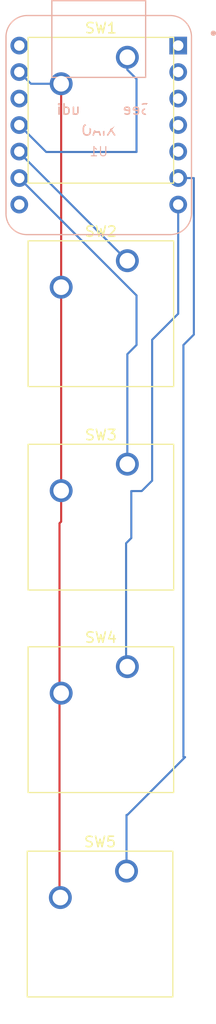
<source format=kicad_pcb>
(kicad_pcb (version 20240108) (generator "pcbnew") (generator_version "8.0")
  (layers (0 "F.Cu" signal) (31 "B.Cu" signal) (34 "B.Paste" user) (35 "F.Paste" user) (36 "B.SilkS" user "B.Silkscreen") (37 "F.SilkS" user "F.Silkscreen") (38 "B.Mask" user) (39 "F.Mask" user) (44 "Edge.Cuts" user))
  (net 0 "")
  (net 1 "GND")
  (net 2 "Net-(U1-PA5_A9_D9_MISO)")
  (net 3 "Net-(U1-PA6_A10_D10_MOSI)")
  (net 4 "Net-(U1-PA7_A8_D8_SCK)")
  (net 7 "Net-(U1-PA9_A5_D5_SCL)")
  (footprint "Button_Switch_Keyboard:SW_Cherry_MX_1.00u_PCB" (layer "F.Cu") (at 118.12 94.42)
    (property "Reference" "SW2" (at -2.54 -2.794 0) (layer "F.SilkS"))
    (property "Value" "SW_Push")
    (fp_line (start -9.525 -1.905) (end 4.445 -1.905) (stroke (width 0.12)) (layer "F.SilkS"))
    (fp_line (start -9.525 12.065) (end -9.525 -1.905) (stroke (width 0.12)) (layer "F.SilkS"))
    (fp_line (start 4.445 -1.905) (end 4.445 12.065) (stroke (width 0.12)) (layer "F.SilkS"))
    (fp_line (start 4.445 12.065) (end -9.525 12.065) (stroke (width 0.12)) (layer "F.SilkS"))
    (pad "" np_thru_hole circle (at -7.62 5.08) (size 1.7 1.7) (drill 1.7) (layers "*.Cu" "*.Mask"))
    (pad "" np_thru_hole circle (at -2.54 5.08) (size 4 4) (drill 4) (layers "*.Cu" "*.Mask"))
    (pad "" np_thru_hole circle (at 2.54 5.08) (size 1.7 1.7) (drill 1.7) (layers "*.Cu" "*.Mask"))
    (pad "1" thru_hole circle (at 0 0) (size 2.2 2.2) (drill 1.5) (layers "*.Cu" "*.Mask") (net 2 "Net-(U1-PA5_A9_D9_MISO)"))
    (pad "2" thru_hole circle (at -6.35 2.54) (size 2.2 2.2) (drill 1.5) (layers "*.Cu" "*.Mask") (net 1 "GND"))
  )
  (footprint "Button_Switch_Keyboard:SW_Cherry_MX_1.00u_PCB" (layer "F.Cu") (at 118.12 74.92)
    (property "Reference" "SW1" (at -2.54 -2.794 0) (layer "F.SilkS"))
    (property "Value" "SW_Push")
    (fp_line (start -9.525 -1.905) (end 4.445 -1.905) (stroke (width 0.12)) (layer "F.SilkS"))
    (fp_line (start -9.525 12.065) (end -9.525 -1.905) (stroke (width 0.12)) (layer "F.SilkS"))
    (fp_line (start 4.445 -1.905) (end 4.445 12.065) (stroke (width 0.12)) (layer "F.SilkS"))
    (fp_line (start 4.445 12.065) (end -9.525 12.065) (stroke (width 0.12)) (layer "F.SilkS"))
    (pad "" np_thru_hole circle (at -7.62 5.08) (size 1.7 1.7) (drill 1.7) (layers "*.Cu" "*.Mask"))
    (pad "" np_thru_hole circle (at -2.54 5.08) (size 4 4) (drill 4) (layers "*.Cu" "*.Mask"))
    (pad "" np_thru_hole circle (at 2.54 5.08) (size 1.7 1.7) (drill 1.7) (layers "*.Cu" "*.Mask"))
    (pad "1" thru_hole circle (at 0 0) (size 2.2 2.2) (drill 1.5) (layers "*.Cu" "*.Mask") (net 3 "Net-(U1-PA6_A10_D10_MOSI)"))
    (pad "2" thru_hole circle (at -6.35 2.54) (size 2.2 2.2) (drill 1.5) (layers "*.Cu" "*.Mask") (net 1 "GND"))
  )
  (footprint "Button_Switch_Keyboard:SW_Cherry_MX_1.00u_PCB" (layer "F.Cu") (at 118.12 113.92)
    (property "Reference" "SW3" (at -2.54 -2.794 0) (layer "F.SilkS"))
    (property "Value" "SW_Push")
    (fp_line (start -9.525 -1.905) (end 4.445 -1.905) (stroke (width 0.12)) (layer "F.SilkS"))
    (fp_line (start -9.525 12.065) (end -9.525 -1.905) (stroke (width 0.12)) (layer "F.SilkS"))
    (fp_line (start 4.445 -1.905) (end 4.445 12.065) (stroke (width 0.12)) (layer "F.SilkS"))
    (fp_line (start 4.445 12.065) (end -9.525 12.065) (stroke (width 0.12)) (layer "F.SilkS"))
    (pad "" np_thru_hole circle (at -7.62 5.08) (size 1.7 1.7) (drill 1.7) (layers "*.Cu" "*.Mask"))
    (pad "" np_thru_hole circle (at -2.54 5.08) (size 4 4) (drill 4) (layers "*.Cu" "*.Mask"))
    (pad "" np_thru_hole circle (at 2.54 5.08) (size 1.7 1.7) (drill 1.7) (layers "*.Cu" "*.Mask"))
    (pad "1" thru_hole circle (at 0 0) (size 2.2 2.2) (drill 1.5) (layers "*.Cu" "*.Mask") (net 4 "Net-(U1-PA7_A8_D8_SCK)"))
    (pad "2" thru_hole circle (at -6.35 2.54) (size 2.2 2.2) (drill 1.5) (layers "*.Cu" "*.Mask") (net 1 "GND"))
  )
  (footprint "Button_Switch_Keyboard:SW_Cherry_MX_1.00u_PCB" (layer "F.Cu") (at 118.04 152.92)
    (property "Reference" "SW5" (at -2.54 -2.794 0) (layer "F.SilkS"))
    (property "Value" "SW_Push")
    (fp_line (start -9.525 -1.905) (end 4.445 -1.905) (stroke (width 0.12)) (layer "F.SilkS"))
    (fp_line (start -9.525 12.065) (end -9.525 -1.905) (stroke (width 0.12)) (layer "F.SilkS"))
    (fp_line (start 4.445 -1.905) (end 4.445 12.065) (stroke (width 0.12)) (layer "F.SilkS"))
    (fp_line (start 4.445 12.065) (end -9.525 12.065) (stroke (width 0.12)) (layer "F.SilkS"))
    (pad "" np_thru_hole circle (at -7.62 5.08) (size 1.7 1.7) (drill 1.7) (layers "*.Cu" "*.Mask"))
    (pad "" np_thru_hole circle (at -2.54 5.08) (size 4 4) (drill 4) (layers "*.Cu" "*.Mask"))
    (pad "" np_thru_hole circle (at 2.54 5.08) (size 1.7 1.7) (drill 1.7) (layers "*.Cu" "*.Mask"))
    (pad "1" thru_hole circle (at 0 0) (size 2.2 2.2) (drill 1.5) (layers "*.Cu" "*.Mask") (net 7 "Net-(U1-PA9_A5_D5_SCL)"))
    (pad "2" thru_hole circle (at -6.35 2.54) (size 2.2 2.2) (drill 1.5) (layers "*.Cu" "*.Mask") (net 1 "GND"))
  )
  (footprint "Button_Switch_Keyboard:SW_Cherry_MX_1.00u_PCB" (layer "F.Cu") (at 118.12 133.33)
    (property "Reference" "SW4" (at -2.54 -2.794 0) (layer "F.SilkS"))
    (property "Value" "SW_Push")
    (fp_line (start -9.525 -1.905) (end 4.445 -1.905) (stroke (width 0.12)) (layer "F.SilkS"))
    (fp_line (start -9.525 12.065) (end -9.525 -1.905) (stroke (width 0.12)) (layer "F.SilkS"))
    (fp_line (start 4.445 -1.905) (end 4.445 12.065) (stroke (width 0.12)) (layer "F.SilkS"))
    (fp_line (start 4.445 12.065) (end -9.525 12.065) (stroke (width 0.12)) (layer "F.SilkS"))
    (pad "" np_thru_hole circle (at -7.62 5.08) (size 1.7 1.7) (drill 1.7) (layers "*.Cu" "*.Mask"))
    (pad "" np_thru_hole circle (at -2.54 5.08) (size 4 4) (drill 4) (layers "*.Cu" "*.Mask"))
    (pad "" np_thru_hole circle (at 2.54 5.08) (size 1.7 1.7) (drill 1.7) (layers "*.Cu" "*.Mask"))
    (pad "1" thru_hole circle (at 0 0) (size 2.2 2.2) (drill 1.5) (layers "*.Cu" "*.Mask") (net 7 "Net-(U1-PA9_A5_D5_SCL)"))
    (pad "2" thru_hole circle (at -6.35 2.54) (size 2.2 2.2) (drill 1.5) (layers "*.Cu" "*.Mask") (net 1 "GND"))
  )
  (footprint "Seeed Studio XIAO Series Library:XIAO-Generic-Thruhole-14P-2.54-21X17.8MM" (layer "B.Cu") (at 115.375 81.42 180)
    (property "Reference" "U1" (at 0 -2.54 0) (layer "B.SilkS") (effects (font (size 0.889 0.889) (thickness 0.1016)) (justify mirror)))
    (property "Value" "Seeed Studio XIAO SAMD21" (hide yes))
    (fp_line (start 8.9 8.5) (end 8.9 -8.5) (stroke (width 0.127)) (layer "B.SilkS"))
    (fp_line (start 6.9 -10.5) (end -6.9 -10.5) (stroke (width 0.127)) (layer "B.SilkS"))
    (fp_line (start 4.5 11.92403) (end -4.5 11.92403) (stroke (width 0.127)) (layer "B.SilkS"))
    (fp_line (start 4.5 4.57073) (end 4.5 11.92403) (stroke (width 0.127)) (layer "B.SilkS"))
    (fp_line (start -4.5 11.92403) (end -4.5 4.57073) (stroke (width 0.127)) (layer "B.SilkS"))
    (fp_line (start -4.5 4.57073) (end 4.5 4.57073) (stroke (width 0.127)) (layer "B.SilkS"))
    (fp_line (start -6.9 10.49909) (end 6.9 10.49909) (stroke (width 0.127)) (layer "B.SilkS"))
    (fp_line (start -8.9 -8.5) (end -8.9 8.5) (stroke (width 0.127)) (layer "B.SilkS"))
    (fp_arc (start 8.9 8.5) (mid 8.301492 9.901492) (end 6.9 10.5) (stroke (width 0.12)) (layer "B.SilkS"))
    (fp_arc (start 6.9 -10.5) (mid 8.314214 -9.914214) (end 8.9 -8.5) (stroke (width 0.12)) (layer "B.SilkS"))
    (fp_arc (start -6.9 10.5) (mid -8.301491 9.901491) (end -8.9 8.5) (stroke (width 0.12)) (layer "B.SilkS"))
    (fp_arc (start -8.9 -8.5) (mid -8.301423 -9.901423) (end -6.9 -10.5) (stroke (width 0.12)) (layer "B.SilkS"))
    (fp_circle (center -11 8.8) (end -11 9.054) (fill solid) (layer "B.SilkS"))
    (fp_poly (pts (xy -8.887715 8.561705) (xy -8.884667 8.610473) (xy -8.880603 8.659494)) (stroke (width 0.0254)) (fill none) (layer "B.SilkS"))
    (fp_poly (pts (xy 8.889492 -8.521574) (xy 8.887713 -8.57085) (xy 8.884665 -8.619618) (xy 8.880601 -8.668639) (xy 8.875268 -8.717407) (xy 8.868664 -8.766175) (xy 8.861044 -8.81469) (xy 8.852153 -8.86295) (xy 8.842248 -8.910955)) (stroke (width 0.0254)) (fill none) (layer "B.SilkS"))
    (fp_text user "XIAO" (at 0 -0.5 0) (layer "B.SilkS") (effects (justify mirror)))
    (fp_text user "Seeed Studio" (at 0 1.5 0) (layer "B.SilkS") (effects (justify mirror)))
    (pad "1" thru_hole rect (at -7.625 7.62 180) (size 1.7 1.7) (drill 1) (layers "*.Cu" "*.Mask"))
    (pad "2" thru_hole circle (at -7.625 5.08 180) (size 1.7 1.7) (drill 1) (layers "*.Cu" "*.Mask"))
    (pad "3" thru_hole circle (at -7.625 2.54 180) (size 1.7 1.7) (drill 1) (layers "*.Cu" "*.Mask"))
    (pad "4" thru_hole circle (at -7.625 0 180) (size 1.7 1.7) (drill 1) (layers "*.Cu" "*.Mask"))
    (pad "5" thru_hole circle (at -7.625 -2.54 180) (size 1.7 1.7) (drill 1) (layers "*.Cu" "*.Mask"))
    (pad "6" thru_hole circle (at -7.625 -5.08) (size 1.7 1.7) (drill 1) (layers "*.Cu" "*.Mask") (net 7 "Net-(U1-PA9_A5_D5_SCL)"))
    (pad "7" thru_hole circle (at -7.625 -7.62 180) (size 1.7 1.7) (drill 1) (layers "*.Cu" "*.Mask") (net 7 "Net-(U1-PA9_A5_D5_SCL)"))
    (pad "8" thru_hole circle (at 7.625 -7.62 180) (size 1.7 1.7) (drill 1) (layers "*.Cu" "*.Mask"))
    (pad "9" thru_hole circle (at 7.625 -5.08 180) (size 1.7 1.7) (drill 1) (layers "*.Cu" "*.Mask") (net 4 "Net-(U1-PA7_A8_D8_SCK)"))
    (pad "10" thru_hole circle (at 7.625 -2.54 180) (size 1.7 1.7) (drill 1) (layers "*.Cu" "*.Mask") (net 2 "Net-(U1-PA5_A9_D9_MISO)"))
    (pad "11" thru_hole circle (at 7.625 0 180) (size 1.7 1.7) (drill 1) (layers "*.Cu" "*.Mask") (net 3 "Net-(U1-PA6_A10_D10_MOSI)"))
    (pad "12" thru_hole circle (at 7.625 2.54 180) (size 1.7 1.7) (drill 1) (layers "*.Cu" "*.Mask"))
    (pad "13" thru_hole circle (at 7.625 5.08 180) (size 1.7 1.7) (drill 1) (layers "*.Cu" "*.Mask") (net 1 "GND"))
    (pad "14" thru_hole circle (at 7.625 7.62 180) (size 1.7 1.7) (drill 1) (layers "*.Cu" "*.Mask"))
  )
  (segment (start 111.61 119.587056) (end 111.77 119.427056) (width 0.2) (layer "F.Cu") (net 1))
  (segment (start 111.77 119.427056) (end 111.77 116.46) (width 0.2) (layer "F.Cu") (net 1))
  (segment (start 111.61 155.46) (end 111.61 119.587056) (width 0.2) (layer "F.Cu") (net 1))
  (segment (start 111.77 116.46) (end 111.77 77.46) (width 0.2) (layer "F.Cu") (net 1))
  (segment (start 111.77 77.46) (end 108.87 77.46) (width 0.2) (layer "B.Cu") (net 1))
  (segment (start 108.87 77.46) (end 107.75 76.34) (width 0.2) (layer "B.Cu") (net 1))
  (segment (start 107.75 84.05) (end 107.75 83.96) (width 0.2) (layer "B.Cu") (net 2))
  (segment (start 118.12 94.42) (end 107.75 84.05) (width 0.2) (layer "B.Cu") (net 2))
  (segment (start 119 77) (end 119 84) (width 0.2) (layer "B.Cu") (net 3))
  (segment (start 110.33 84) (end 107.75 81.42) (width 0.2) (layer "B.Cu") (net 3))
  (segment (start 118.12 76.12) (end 119 77) (width 0.2) (layer "B.Cu") (net 3))
  (segment (start 119 84) (end 110.33 84) (width 0.2) (layer "B.Cu") (net 3))
  (segment (start 118.12 74.92) (end 118.12 76.12) (width 0.2) (layer "B.Cu") (net 3))
  (segment (start 119 97.75) (end 107.75 86.5) (width 0.2) (layer "B.Cu") (net 4))
  (segment (start 118.12 113.92) (end 118.12 103.38) (width 0.2) (layer "B.Cu") (net 4))
  (segment (start 119 102.5) (end 119 97.75) (width 0.2) (layer "B.Cu") (net 4))
  (segment (start 118.12 103.38) (end 119 102.5) (width 0.2) (layer "B.Cu") (net 4))
  (segment (start 123 99.5) (end 123 89.04) (width 0.2) (layer "B.Cu") (net 7))
  (segment (start 123.5 102.5) (end 124.5 101.5) (width 0.2) (layer "B.Cu") (net 7))
  (segment (start 118.5 116.5) (end 119.5 116.5) (width 0.2) (layer "B.Cu") (net 7))
  (segment (start 118.12 147.54) (end 123.66 142) (width 0.2) (layer "B.Cu") (net 7))
  (segment (start 120.5 102) (end 123 99.5) (width 0.2) (layer "B.Cu") (net 7))
  (segment (start 119.5 116.5) (end 120.5 115.5) (width 0.2) (layer "B.Cu") (net 7))
  (segment (start 124.5 101.5) (end 124.5 86.5) (width 0.2) (layer "B.Cu") (net 7))
  (segment (start 118.12 133.46) (end 118.16 133.5) (width 0.2) (layer "B.Cu") (net 7))
  (segment (start 123.5 142) (end 123.5 102.5) (width 0.2) (layer "B.Cu") (net 7))
  (segment (start 120.5 115.5) (end 120.5 102) (width 0.2) (layer "B.Cu") (net 7))
  (segment (start 124.5 86.5) (end 123 86.5) (width 0.2) (layer "B.Cu") (net 7))
  (segment (start 118 133.5) (end 118 121.5) (width 0.2) (layer "B.Cu") (net 7))
  (segment (start 118.12 133.33) (end 118.12 133.46) (width 0.2) (layer "B.Cu") (net 7))
  (segment (start 118.5 121) (end 118.5 116.5) (width 0.2) (layer "B.Cu") (net 7))
  (segment (start 118 121.5) (end 118.5 121) (width 0.2) (layer "B.Cu") (net 7))
  (segment (start 118.04 152.92) (end 118.04 147.54) (width 0.2) (layer "B.Cu") (net 7))
)
</source>
